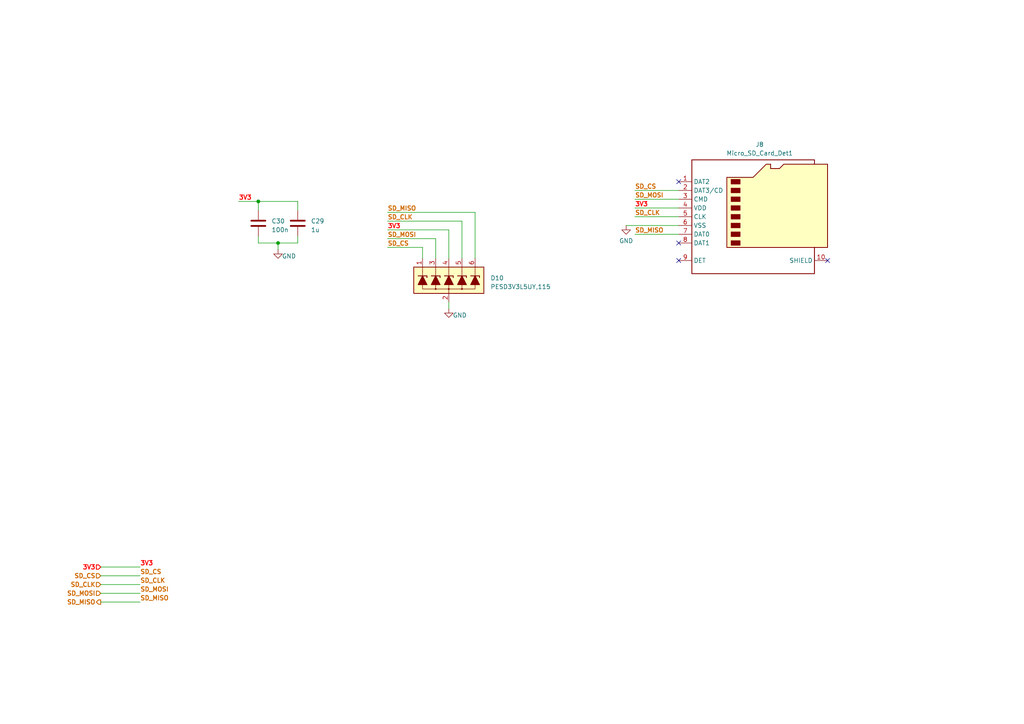
<source format=kicad_sch>
(kicad_sch (version 20230121) (generator eeschema)

  (uuid 6f5502c7-7e90-4845-baba-f7ff99233b8f)

  (paper "A4")

  (lib_symbols
    (symbol "ESP32-S3_DB:C" (pin_numbers hide) (pin_names (offset 0.254)) (in_bom yes) (on_board yes)
      (property "Reference" "C" (at 0.635 2.54 0)
        (effects (font (size 1.27 1.27)) (justify left))
      )
      (property "Value" "C" (at 0.635 -2.54 0)
        (effects (font (size 1.27 1.27)) (justify left))
      )
      (property "Footprint" "" (at 0.9652 -3.81 0)
        (effects (font (size 1.27 1.27)) hide)
      )
      (property "Datasheet" "~" (at 0 0 0)
        (effects (font (size 1.27 1.27)) hide)
      )
      (property "ki_keywords" "cap capacitor" (at 0 0 0)
        (effects (font (size 1.27 1.27)) hide)
      )
      (property "ki_description" "Unpolarized capacitor" (at 0 0 0)
        (effects (font (size 1.27 1.27)) hide)
      )
      (property "ki_fp_filters" "C_*" (at 0 0 0)
        (effects (font (size 1.27 1.27)) hide)
      )
      (symbol "C_0_1"
        (polyline
          (pts
            (xy -2.032 -0.762)
            (xy 2.032 -0.762)
          )
          (stroke (width 0.508) (type default))
          (fill (type none))
        )
        (polyline
          (pts
            (xy -2.032 0.762)
            (xy 2.032 0.762)
          )
          (stroke (width 0.508) (type default))
          (fill (type none))
        )
      )
      (symbol "C_1_1"
        (pin passive line (at 0 3.81 270) (length 2.794)
          (name "~" (effects (font (size 1.27 1.27))))
          (number "1" (effects (font (size 1.27 1.27))))
        )
        (pin passive line (at 0 -3.81 90) (length 2.794)
          (name "~" (effects (font (size 1.27 1.27))))
          (number "2" (effects (font (size 1.27 1.27))))
        )
      )
    )
    (symbol "ESP32-S3_DB:GND" (power) (pin_names (offset 0)) (in_bom yes) (on_board yes)
      (property "Reference" "#PWR" (at 0 -6.35 0)
        (effects (font (size 1.27 1.27)) hide)
      )
      (property "Value" "GND" (at 0 -3.81 0)
        (effects (font (size 1.27 1.27)))
      )
      (property "Footprint" "" (at 0 0 0)
        (effects (font (size 1.27 1.27)) hide)
      )
      (property "Datasheet" "" (at 0 0 0)
        (effects (font (size 1.27 1.27)) hide)
      )
      (property "ki_keywords" "global power" (at 0 0 0)
        (effects (font (size 1.27 1.27)) hide)
      )
      (property "ki_description" "Power symbol creates a global label with name \"GND\" , ground" (at 0 0 0)
        (effects (font (size 1.27 1.27)) hide)
      )
      (symbol "GND_0_1"
        (polyline
          (pts
            (xy 0 0)
            (xy 0 -1.27)
            (xy 1.27 -1.27)
            (xy 0 -2.54)
            (xy -1.27 -1.27)
            (xy 0 -1.27)
          )
          (stroke (width 0) (type default))
          (fill (type none))
        )
      )
      (symbol "GND_1_1"
        (pin power_in line (at 0 0 270) (length 0) hide
          (name "GND" (effects (font (size 1.27 1.27))))
          (number "1" (effects (font (size 1.27 1.27))))
        )
      )
    )
    (symbol "ESP32-S3_DB:Micro_SD_Card_Det1" (in_bom yes) (on_board yes)
      (property "Reference" "J" (at -16.51 17.78 0)
        (effects (font (size 1.27 1.27)))
      )
      (property "Value" "Micro_SD_Card_Det1" (at 16.51 17.78 0)
        (effects (font (size 1.27 1.27)) (justify right))
      )
      (property "Footprint" "" (at 52.07 17.78 0)
        (effects (font (size 1.27 1.27)) hide)
      )
      (property "Datasheet" "https://datasheet.lcsc.com/lcsc/2110151630_XKB-Connectivity-XKTF-015-N_C381082.pdf" (at 0 2.54 0)
        (effects (font (size 1.27 1.27)) hide)
      )
      (property "ki_keywords" "connector SD microsd" (at 0 0 0)
        (effects (font (size 1.27 1.27)) hide)
      )
      (property "ki_description" "Micro SD Card Socket with one card detection pin" (at 0 0 0)
        (effects (font (size 1.27 1.27)) hide)
      )
      (property "ki_fp_filters" "microSD*" (at 0 0 0)
        (effects (font (size 1.27 1.27)) hide)
      )
      (symbol "Micro_SD_Card_Det1_0_1"
        (rectangle (start -7.62 -6.985) (end -5.08 -8.255)
          (stroke (width 0.254) (type default))
          (fill (type outline))
        )
        (rectangle (start -7.62 -4.445) (end -5.08 -5.715)
          (stroke (width 0.254) (type default))
          (fill (type outline))
        )
        (rectangle (start -7.62 -1.905) (end -5.08 -3.175)
          (stroke (width 0.254) (type default))
          (fill (type outline))
        )
        (rectangle (start -7.62 0.635) (end -5.08 -0.635)
          (stroke (width 0.254) (type default))
          (fill (type outline))
        )
        (rectangle (start -7.62 3.175) (end -5.08 1.905)
          (stroke (width 0.254) (type default))
          (fill (type outline))
        )
        (rectangle (start -7.62 5.715) (end -5.08 4.445)
          (stroke (width 0.254) (type default))
          (fill (type outline))
        )
        (rectangle (start -7.62 8.255) (end -5.08 6.985)
          (stroke (width 0.254) (type default))
          (fill (type outline))
        )
        (rectangle (start -7.62 10.795) (end -5.08 9.525)
          (stroke (width 0.254) (type default))
          (fill (type outline))
        )
        (polyline
          (pts
            (xy 16.51 15.24)
            (xy 16.51 16.51)
            (xy -19.05 16.51)
            (xy -19.05 -16.51)
            (xy 16.51 -16.51)
            (xy 16.51 -8.89)
          )
          (stroke (width 0.254) (type default))
          (fill (type none))
        )
        (polyline
          (pts
            (xy -8.89 -8.89)
            (xy -8.89 11.43)
            (xy -1.27 11.43)
            (xy 2.54 15.24)
            (xy 3.81 15.24)
            (xy 3.81 13.97)
            (xy 6.35 13.97)
            (xy 7.62 15.24)
            (xy 20.32 15.24)
            (xy 20.32 -8.89)
            (xy -8.89 -8.89)
          )
          (stroke (width 0.254) (type default))
          (fill (type background))
        )
      )
      (symbol "Micro_SD_Card_Det1_1_1"
        (pin bidirectional line (at -22.86 10.16 0) (length 3.81)
          (name "DAT2" (effects (font (size 1.27 1.27))))
          (number "1" (effects (font (size 1.27 1.27))))
        )
        (pin passive line (at 20.32 -12.7 180) (length 3.81)
          (name "SHIELD" (effects (font (size 1.27 1.27))))
          (number "10" (effects (font (size 1.27 1.27))))
        )
        (pin bidirectional line (at -22.86 7.62 0) (length 3.81)
          (name "DAT3/CD" (effects (font (size 1.27 1.27))))
          (number "2" (effects (font (size 1.27 1.27))))
        )
        (pin input line (at -22.86 5.08 0) (length 3.81)
          (name "CMD" (effects (font (size 1.27 1.27))))
          (number "3" (effects (font (size 1.27 1.27))))
        )
        (pin power_in line (at -22.86 2.54 0) (length 3.81)
          (name "VDD" (effects (font (size 1.27 1.27))))
          (number "4" (effects (font (size 1.27 1.27))))
        )
        (pin input line (at -22.86 0 0) (length 3.81)
          (name "CLK" (effects (font (size 1.27 1.27))))
          (number "5" (effects (font (size 1.27 1.27))))
        )
        (pin power_in line (at -22.86 -2.54 0) (length 3.81)
          (name "VSS" (effects (font (size 1.27 1.27))))
          (number "6" (effects (font (size 1.27 1.27))))
        )
        (pin bidirectional line (at -22.86 -5.08 0) (length 3.81)
          (name "DAT0" (effects (font (size 1.27 1.27))))
          (number "7" (effects (font (size 1.27 1.27))))
        )
        (pin bidirectional line (at -22.86 -7.62 0) (length 3.81)
          (name "DAT1" (effects (font (size 1.27 1.27))))
          (number "8" (effects (font (size 1.27 1.27))))
        )
        (pin passive line (at -22.86 -12.7 0) (length 3.81)
          (name "DET" (effects (font (size 1.27 1.27))))
          (number "9" (effects (font (size 1.27 1.27))))
        )
      )
    )
    (symbol "ESP32-S3_DB:PESD3V3L5UY" (pin_names (offset 1.016) hide) (in_bom yes) (on_board yes)
      (property "Reference" "D" (at 11.43 1.27 0)
        (effects (font (size 1.27 1.27)) (justify left))
      )
      (property "Value" "PESD3V3L5UY,115" (at 11.43 -1.27 0)
        (effects (font (size 1.27 1.27)) (justify left))
      )
      (property "Footprint" "Package_TO_SOT_SMD_AKL:SOT-363_SC-70-6" (at 0 0 0)
        (effects (font (size 1.27 1.27)) hide)
      )
      (property "Datasheet" "https://www.tme.eu/Document/d7b061109274755b8c3532aab9d13eb5/PESD5V0L5UV-DTE.pdf" (at 0 0 0)
        (effects (font (size 1.27 1.27)) hide)
      )
      (property "ki_keywords" "diode TVS unidirectional array PESD-L5Ux" (at 0 0 0)
        (effects (font (size 1.27 1.27)) hide)
      )
      (property "ki_description" "SOT-363 TVS Diode array, 5xUnidirectional, 3.3V, 25W, Alternate KiCAD Library" (at 0 0 0)
        (effects (font (size 1.27 1.27)) hide)
      )
      (property "ki_fp_filters" "TO-???* *_Diode_* *SingleDiode* D_*" (at 0 0 0)
        (effects (font (size 1.27 1.27)) hide)
      )
      (symbol "PESD3V3L5UY_0_1"
        (rectangle (start -10.16 3.81) (end 10.16 -3.81)
          (stroke (width 0.254) (type default))
          (fill (type background))
        )
        (circle (center -3.81 -2.54) (radius 0.1778)
          (stroke (width 0) (type default))
          (fill (type outline))
        )
        (circle (center 0 -2.54) (radius 0.1778)
          (stroke (width 0) (type default))
          (fill (type outline))
        )
        (polyline
          (pts
            (xy -7.62 1.27)
            (xy -7.62 2.54)
          )
          (stroke (width 0) (type default))
          (fill (type none))
        )
        (polyline
          (pts
            (xy -7.62 2.54)
            (xy -7.62 3.81)
          )
          (stroke (width 0) (type default))
          (fill (type none))
        )
        (polyline
          (pts
            (xy -3.81 -2.54)
            (xy -3.81 -1.27)
          )
          (stroke (width 0) (type default))
          (fill (type none))
        )
        (polyline
          (pts
            (xy -3.81 1.27)
            (xy -3.81 2.54)
          )
          (stroke (width 0) (type default))
          (fill (type none))
        )
        (polyline
          (pts
            (xy -3.81 2.54)
            (xy -3.81 3.81)
          )
          (stroke (width 0) (type default))
          (fill (type none))
        )
        (polyline
          (pts
            (xy 0 -3.81)
            (xy 0 -2.54)
          )
          (stroke (width 0) (type default))
          (fill (type none))
        )
        (polyline
          (pts
            (xy 0 -2.54)
            (xy 0 -1.27)
          )
          (stroke (width 0) (type default))
          (fill (type none))
        )
        (polyline
          (pts
            (xy 0 1.27)
            (xy 0 2.54)
          )
          (stroke (width 0) (type default))
          (fill (type none))
        )
        (polyline
          (pts
            (xy 0 2.54)
            (xy 0 3.81)
          )
          (stroke (width 0) (type default))
          (fill (type none))
        )
        (polyline
          (pts
            (xy 3.81 -2.54)
            (xy 3.81 -1.27)
          )
          (stroke (width 0) (type default))
          (fill (type none))
        )
        (polyline
          (pts
            (xy 3.81 1.27)
            (xy 3.81 2.54)
          )
          (stroke (width 0) (type default))
          (fill (type none))
        )
        (polyline
          (pts
            (xy 3.81 2.54)
            (xy 3.81 3.81)
          )
          (stroke (width 0) (type default))
          (fill (type none))
        )
        (polyline
          (pts
            (xy 7.62 1.27)
            (xy 7.62 2.54)
          )
          (stroke (width 0) (type default))
          (fill (type none))
        )
        (polyline
          (pts
            (xy 7.62 2.54)
            (xy 7.62 3.81)
          )
          (stroke (width 0) (type default))
          (fill (type none))
        )
        (polyline
          (pts
            (xy 7.62 -1.27)
            (xy 7.62 -2.54)
            (xy -7.62 -2.54)
            (xy -7.62 -1.27)
          )
          (stroke (width 0) (type default))
          (fill (type none))
        )
        (circle (center 3.81 -2.54) (radius 0.1778)
          (stroke (width 0) (type default))
          (fill (type outline))
        )
      )
      (symbol "PESD3V3L5UY_1_1"
        (polyline
          (pts
            (xy -8.89 1.27)
            (xy -6.35 1.27)
          )
          (stroke (width 0.254) (type default))
          (fill (type none))
        )
        (polyline
          (pts
            (xy -7.62 -1.27)
            (xy -7.62 1.27)
          )
          (stroke (width 0) (type default))
          (fill (type none))
        )
        (polyline
          (pts
            (xy -6.35 1.27)
            (xy -6.35 0.762)
          )
          (stroke (width 0.254) (type default))
          (fill (type none))
        )
        (polyline
          (pts
            (xy -5.08 1.27)
            (xy -2.54 1.27)
          )
          (stroke (width 0.254) (type default))
          (fill (type none))
        )
        (polyline
          (pts
            (xy -3.81 -1.27)
            (xy -3.81 1.27)
          )
          (stroke (width 0) (type default))
          (fill (type none))
        )
        (polyline
          (pts
            (xy -2.54 1.27)
            (xy -2.54 0.762)
          )
          (stroke (width 0.254) (type default))
          (fill (type none))
        )
        (polyline
          (pts
            (xy -1.27 1.27)
            (xy 1.27 1.27)
          )
          (stroke (width 0.254) (type default))
          (fill (type none))
        )
        (polyline
          (pts
            (xy 0 -1.27)
            (xy 0 1.27)
          )
          (stroke (width 0) (type default))
          (fill (type none))
        )
        (polyline
          (pts
            (xy 1.27 1.27)
            (xy 1.27 0.762)
          )
          (stroke (width 0.254) (type default))
          (fill (type none))
        )
        (polyline
          (pts
            (xy 2.54 1.27)
            (xy 5.08 1.27)
          )
          (stroke (width 0.254) (type default))
          (fill (type none))
        )
        (polyline
          (pts
            (xy 3.81 -1.27)
            (xy 3.81 1.27)
          )
          (stroke (width 0) (type default))
          (fill (type none))
        )
        (polyline
          (pts
            (xy 5.08 1.27)
            (xy 5.08 0.762)
          )
          (stroke (width 0.254) (type default))
          (fill (type none))
        )
        (polyline
          (pts
            (xy 6.35 1.27)
            (xy 8.89 1.27)
          )
          (stroke (width 0.254) (type default))
          (fill (type none))
        )
        (polyline
          (pts
            (xy 7.62 -1.27)
            (xy 7.62 1.27)
          )
          (stroke (width 0) (type default))
          (fill (type none))
        )
        (polyline
          (pts
            (xy 8.89 1.27)
            (xy 8.89 0.762)
          )
          (stroke (width 0.254) (type default))
          (fill (type none))
        )
        (polyline
          (pts
            (xy -6.35 -1.27)
            (xy -8.89 -1.27)
            (xy -7.62 1.27)
            (xy -6.35 -1.27)
          )
          (stroke (width 0.254) (type default))
          (fill (type outline))
        )
        (polyline
          (pts
            (xy -2.54 -1.27)
            (xy -5.08 -1.27)
            (xy -3.81 1.27)
            (xy -2.54 -1.27)
          )
          (stroke (width 0.254) (type default))
          (fill (type outline))
        )
        (polyline
          (pts
            (xy 1.27 -1.27)
            (xy -1.27 -1.27)
            (xy 0 1.27)
            (xy 1.27 -1.27)
          )
          (stroke (width 0.254) (type default))
          (fill (type outline))
        )
        (polyline
          (pts
            (xy 5.08 -1.27)
            (xy 2.54 -1.27)
            (xy 3.81 1.27)
            (xy 5.08 -1.27)
          )
          (stroke (width 0.254) (type default))
          (fill (type outline))
        )
        (polyline
          (pts
            (xy 8.89 -1.27)
            (xy 6.35 -1.27)
            (xy 7.62 1.27)
            (xy 8.89 -1.27)
          )
          (stroke (width 0.254) (type default))
          (fill (type outline))
        )
        (pin passive line (at -7.62 6.35 270) (length 2.54)
          (name "L1" (effects (font (size 1.27 1.27))))
          (number "1" (effects (font (size 1.27 1.27))))
        )
        (pin passive line (at 0 -6.35 90) (length 2.54)
          (name "VN" (effects (font (size 1.27 1.27))))
          (number "2" (effects (font (size 1.27 1.27))))
        )
        (pin passive line (at -3.81 6.35 270) (length 2.54)
          (name "L2" (effects (font (size 1.27 1.27))))
          (number "3" (effects (font (size 1.27 1.27))))
        )
        (pin passive line (at 0 6.35 270) (length 2.54)
          (name "L3" (effects (font (size 1.27 1.27))))
          (number "4" (effects (font (size 1.27 1.27))))
        )
        (pin passive line (at 3.81 6.35 270) (length 2.54)
          (name "L4" (effects (font (size 1.27 1.27))))
          (number "5" (effects (font (size 1.27 1.27))))
        )
        (pin passive line (at 7.62 6.35 270) (length 2.54)
          (name "L5" (effects (font (size 1.27 1.27))))
          (number "6" (effects (font (size 1.27 1.27))))
        )
      )
    )
  )

  (junction (at 80.645 70.485) (diameter 0) (color 0 0 0 0)
    (uuid 1392fc9c-f4c7-47ed-8eff-62abeb3b53e8)
  )
  (junction (at 74.93 58.42) (diameter 0) (color 0 0 0 0)
    (uuid 56d5c9d0-ffa0-4893-86aa-7bf10fafe28c)
  )

  (no_connect (at 196.85 70.485) (uuid 1220f797-9e99-498a-9fd3-17f33da1949a))
  (no_connect (at 240.03 75.565) (uuid 1ede90ab-0b2c-47ab-af91-a26ec76988af))
  (no_connect (at 196.85 75.565) (uuid 4c24ec7a-cf80-41b6-a70e-aeeff29ac854))
  (no_connect (at 196.85 52.705) (uuid 7f780aec-0f6c-4c29-9d3e-7732cb1b9532))

  (wire (pts (xy 184.15 67.945) (xy 196.85 67.945))
    (stroke (width 0) (type default))
    (uuid 06104835-5e30-4b05-9315-a4516200430c)
  )
  (wire (pts (xy 74.93 70.485) (xy 80.645 70.485))
    (stroke (width 0) (type default))
    (uuid 0a5029cd-7a14-4443-996e-ec0b8df99b01)
  )
  (wire (pts (xy 40.64 164.465) (xy 29.21 164.465))
    (stroke (width 0) (type default))
    (uuid 0cbea32d-d6b3-4922-ba6e-b0776f11229e)
  )
  (wire (pts (xy 112.395 69.215) (xy 126.365 69.215))
    (stroke (width 0) (type default))
    (uuid 0dca2559-06b1-4a6c-b4ac-d7bf552d4099)
  )
  (wire (pts (xy 74.93 58.42) (xy 86.36 58.42))
    (stroke (width 0) (type default))
    (uuid 1f267a42-6503-4958-9abb-18045e87653a)
  )
  (wire (pts (xy 86.36 70.485) (xy 86.36 68.58))
    (stroke (width 0) (type default))
    (uuid 260da00c-73be-4c2a-a304-fdf44fc0b28f)
  )
  (wire (pts (xy 40.64 167.005) (xy 29.21 167.005))
    (stroke (width 0) (type default))
    (uuid 2aa093c2-baa4-484c-9b90-3cc4c7804748)
  )
  (wire (pts (xy 74.93 68.58) (xy 74.93 70.485))
    (stroke (width 0) (type default))
    (uuid 42076247-05ae-4b7a-8c67-eabc1f29b193)
  )
  (wire (pts (xy 40.64 169.545) (xy 29.21 169.545))
    (stroke (width 0) (type default))
    (uuid 5005ae65-2670-44e5-bd4a-33803adb2e17)
  )
  (wire (pts (xy 130.175 66.675) (xy 130.175 74.93))
    (stroke (width 0) (type default))
    (uuid 515c1135-6556-4636-bfdd-37259b4d4701)
  )
  (wire (pts (xy 137.795 61.595) (xy 137.795 74.93))
    (stroke (width 0) (type default))
    (uuid 6563268c-ddb6-4abf-959d-1766cffacf84)
  )
  (wire (pts (xy 181.61 65.405) (xy 196.85 65.405))
    (stroke (width 0) (type default))
    (uuid 6781da19-8e22-4a23-a42a-0af23709c6b5)
  )
  (wire (pts (xy 74.93 60.96) (xy 74.93 58.42))
    (stroke (width 0) (type default))
    (uuid 6f23b59d-70d3-45c4-a392-6d5f1068a0db)
  )
  (wire (pts (xy 184.15 55.245) (xy 196.85 55.245))
    (stroke (width 0) (type default))
    (uuid 6f832e34-713e-4e30-879a-811e813f6fd3)
  )
  (wire (pts (xy 126.365 69.215) (xy 126.365 74.93))
    (stroke (width 0) (type default))
    (uuid 831d35b2-be65-4710-adef-d5a403aeec11)
  )
  (wire (pts (xy 80.645 70.485) (xy 86.36 70.485))
    (stroke (width 0) (type default))
    (uuid 855fa163-02e8-483b-8bb8-fac2c81e9121)
  )
  (wire (pts (xy 112.395 71.755) (xy 122.555 71.755))
    (stroke (width 0) (type default))
    (uuid 85b3f742-1059-44bc-b756-e7203a6b1b26)
  )
  (wire (pts (xy 80.645 70.485) (xy 80.645 72.39))
    (stroke (width 0) (type default))
    (uuid 89260c34-8529-4428-b78a-eceb83cfe457)
  )
  (wire (pts (xy 130.175 89.535) (xy 130.175 87.63))
    (stroke (width 0) (type default))
    (uuid 953874bb-54d9-4b76-a9da-b631b5cd2ca5)
  )
  (wire (pts (xy 112.395 66.675) (xy 130.175 66.675))
    (stroke (width 0) (type default))
    (uuid a156d99a-ef5b-4f2e-9e74-06f6affa3715)
  )
  (wire (pts (xy 122.555 71.755) (xy 122.555 74.93))
    (stroke (width 0) (type default))
    (uuid a3fac736-fdbe-43ab-b02d-f0e410fcd40d)
  )
  (wire (pts (xy 184.15 57.785) (xy 196.85 57.785))
    (stroke (width 0) (type default))
    (uuid a7b4344f-ab73-47fd-9ad1-63aa14891c0d)
  )
  (wire (pts (xy 112.395 64.135) (xy 133.985 64.135))
    (stroke (width 0) (type default))
    (uuid b0d05708-58f8-4562-ab9d-3e670fb9a855)
  )
  (wire (pts (xy 184.15 62.865) (xy 196.85 62.865))
    (stroke (width 0) (type default))
    (uuid b5b4a27d-f2ac-4fde-894d-75e89a96f8e7)
  )
  (wire (pts (xy 86.36 58.42) (xy 86.36 60.96))
    (stroke (width 0) (type default))
    (uuid b73302a2-97e6-42a0-8aaa-8a3eca572d54)
  )
  (wire (pts (xy 112.395 61.595) (xy 137.795 61.595))
    (stroke (width 0) (type default))
    (uuid cf1a4ba1-7008-4123-baf8-da3feb1172ac)
  )
  (wire (pts (xy 40.64 174.625) (xy 29.21 174.625))
    (stroke (width 0) (type default))
    (uuid d27fb92f-2467-4434-9426-29f668b0d4fb)
  )
  (wire (pts (xy 69.215 58.42) (xy 74.93 58.42))
    (stroke (width 0) (type default))
    (uuid df35ff6e-fe83-4abb-b655-8616f057f2c9)
  )
  (wire (pts (xy 184.15 60.325) (xy 196.85 60.325))
    (stroke (width 0) (type default))
    (uuid f47eaa75-a7b7-44e1-adad-43fd0c7b57c1)
  )
  (wire (pts (xy 40.64 172.085) (xy 29.21 172.085))
    (stroke (width 0) (type default))
    (uuid f5307035-db65-4e69-87cb-eb4614072e84)
  )
  (wire (pts (xy 133.985 64.135) (xy 133.985 74.93))
    (stroke (width 0) (type default))
    (uuid fe5bf7b2-fae1-43dd-8eb3-cc724f988618)
  )

  (label "SD_CS" (at 184.15 55.245 0) (fields_autoplaced)
    (effects (font (size 1.27 1.27) bold (color 204 102 0 1)) (justify left bottom))
    (uuid 142e2436-46f3-49c0-b073-c704bd3bbd00)
  )
  (label "SD_CS" (at 112.395 71.755 0) (fields_autoplaced)
    (effects (font (size 1.27 1.27) bold (color 204 102 0 1)) (justify left bottom))
    (uuid 16f9e25d-8437-47e5-8867-f07e6d178147)
  )
  (label "SD_CLK" (at 40.64 169.545 0) (fields_autoplaced)
    (effects (font (size 1.27 1.27) bold (color 204 102 0 1)) (justify left bottom))
    (uuid 2654f3c7-e75e-47cd-8db6-1c7a7bd1829f)
  )
  (label "SD_MISO" (at 40.64 174.625 0) (fields_autoplaced)
    (effects (font (size 1.27 1.27) bold (color 204 102 0 1)) (justify left bottom))
    (uuid 2ad08e9c-8da0-4884-b312-099648f9b07e)
  )
  (label "SD_MOSI" (at 40.64 172.085 0) (fields_autoplaced)
    (effects (font (size 1.27 1.27) bold (color 204 102 0 1)) (justify left bottom))
    (uuid 2f3a42de-b117-4f32-b1de-8ba3bc23e53a)
  )
  (label "3V3" (at 112.395 66.675 0) (fields_autoplaced)
    (effects (font (size 1.27 1.27) bold (color 255 0 0 1)) (justify left bottom))
    (uuid 3083b37e-c5f8-499d-b28c-a2951b884d15)
  )
  (label "SD_MOSI" (at 184.15 57.785 0) (fields_autoplaced)
    (effects (font (size 1.27 1.27) bold (color 204 102 0 1)) (justify left bottom))
    (uuid 3452965b-34b9-430c-a054-fd77d49a7f1d)
  )
  (label "SD_MOSI" (at 112.395 69.215 0) (fields_autoplaced)
    (effects (font (size 1.27 1.27) bold (color 204 102 0 1)) (justify left bottom))
    (uuid 405c0524-038e-43e0-a8b5-b9661f10f833)
  )
  (label "SD_MISO" (at 184.15 67.945 0) (fields_autoplaced)
    (effects (font (size 1.27 1.27) bold (color 204 102 0 1)) (justify left bottom))
    (uuid 44f27755-efe8-42ab-b1aa-726576ea000c)
  )
  (label "3V3" (at 40.64 164.465 0) (fields_autoplaced)
    (effects (font (size 1.27 1.27) bold (color 255 0 0 1)) (justify left bottom))
    (uuid 70cea7be-6c86-4c27-9d79-7aeb262b8bf2)
  )
  (label "SD_MISO" (at 112.395 61.595 0) (fields_autoplaced)
    (effects (font (size 1.27 1.27) bold (color 204 102 0 1)) (justify left bottom))
    (uuid 939017eb-6844-41ca-86b3-2646d749d63a)
  )
  (label "3V3" (at 184.15 60.325 0) (fields_autoplaced)
    (effects (font (size 1.27 1.27) bold (color 255 0 0 1)) (justify left bottom))
    (uuid a29f9f3a-b0be-4aed-bf55-cef907766f6d)
  )
  (label "SD_CS" (at 40.64 167.005 0) (fields_autoplaced)
    (effects (font (size 1.27 1.27) bold (color 204 102 0 1)) (justify left bottom))
    (uuid ced46d51-fb7d-4ce5-a087-2ebf05716822)
  )
  (label "SD_CLK" (at 112.395 64.135 0) (fields_autoplaced)
    (effects (font (size 1.27 1.27) bold (color 204 102 0 1)) (justify left bottom))
    (uuid e414f1a4-5ea9-4812-bdf3-3eabb0552ee1)
  )
  (label "3V3" (at 69.215 58.42 0) (fields_autoplaced)
    (effects (font (size 1.27 1.27) bold (color 255 0 0 1)) (justify left bottom))
    (uuid eee18841-f544-462e-b279-0a0f6aad4fdf)
  )
  (label "SD_CLK" (at 184.15 62.865 0) (fields_autoplaced)
    (effects (font (size 1.27 1.27) bold (color 204 102 0 1)) (justify left bottom))
    (uuid f306f361-b925-4dba-a342-10ebcb017adc)
  )

  (hierarchical_label "SD_MISO" (shape output) (at 29.21 174.625 180) (fields_autoplaced)
    (effects (font (size 1.27 1.27) bold (color 204 102 0 1)) (justify right))
    (uuid 20bbbffe-cb31-4e24-aecb-9c755d380020)
  )
  (hierarchical_label "3V3" (shape input) (at 29.21 164.465 180) (fields_autoplaced)
    (effects (font (size 1.27 1.27) bold (color 255 0 0 1)) (justify right))
    (uuid bbbce342-c203-4783-807b-6cde08d18481)
  )
  (hierarchical_label "SD_CLK" (shape input) (at 29.21 169.545 180) (fields_autoplaced)
    (effects (font (size 1.27 1.27) bold (color 204 102 0 1)) (justify right))
    (uuid c33bf53b-e10f-4dd2-8f22-2455c8b95e78)
  )
  (hierarchical_label "SD_MOSI" (shape input) (at 29.21 172.085 180) (fields_autoplaced)
    (effects (font (size 1.27 1.27) bold (color 204 102 0 1)) (justify right))
    (uuid d8e0de04-ff09-4bbc-bcd1-b1bdf6ae8e25)
  )
  (hierarchical_label "SD_CS" (shape input) (at 29.21 167.005 180) (fields_autoplaced)
    (effects (font (size 1.27 1.27) bold (color 204 102 0 1)) (justify right))
    (uuid f002fec6-34e5-4972-bfe1-521e256f8cb6)
  )

  (symbol (lib_id "ESP32-S3_DB:Micro_SD_Card_Det1") (at 219.71 62.865 0) (unit 1)
    (in_bom yes) (on_board yes) (dnp no) (fields_autoplaced)
    (uuid 36c79e5c-06de-4e78-995d-5e43dedd2f8a)
    (property "Reference" "J8" (at 220.345 41.91 0)
      (effects (font (size 1.27 1.27)))
    )
    (property "Value" "Micro_SD_Card_Det1" (at 220.345 44.45 0)
      (effects (font (size 1.27 1.27)))
    )
    (property "Footprint" "" (at 271.78 45.085 0)
      (effects (font (size 1.27 1.27)) hide)
    )
    (property "Datasheet" "https://datasheet.lcsc.com/lcsc/2110151630_XKB-Connectivity-XKTF-015-N_C381082.pdf" (at 219.71 60.325 0)
      (effects (font (size 1.27 1.27)) hide)
    )
    (pin "1" (uuid 2a5ae83c-a629-4175-a49b-3d07ae3e33a6))
    (pin "10" (uuid a9435738-44d2-4334-b27e-faeea4e7286f))
    (pin "2" (uuid 4a4606a7-6fcb-4e41-af62-a8b6197be314))
    (pin "3" (uuid 8cb50355-35e7-4a01-8575-c92eeae55c26))
    (pin "4" (uuid 6271695a-002b-4906-a7a8-85c57f7c359e))
    (pin "5" (uuid fcaf1930-ec33-4d16-b169-4dd2ec404dd9))
    (pin "6" (uuid dc58ba19-05a4-415b-b368-990015188b14))
    (pin "7" (uuid 6279eab7-f79e-401e-8d61-47fd04b4bab8))
    (pin "8" (uuid fc0d66b1-3573-4d3d-a113-ff8cc163253d))
    (pin "9" (uuid 856e575e-dc80-4e42-a1e3-0e113dfe0c19))
    (instances
      (project "ESP32-S3_DB"
        (path "/b7fc4bd3-c219-4455-832b-8d795385dcf1/3994ddb3-4428-4f96-b9f4-a7790f668af6"
          (reference "J8") (unit 1)
        )
      )
    )
  )

  (symbol (lib_id "ESP32-S3_DB:GND") (at 130.175 89.535 0) (unit 1)
    (in_bom yes) (on_board yes) (dnp no)
    (uuid 708b9b5d-d40f-442b-9262-86343bab6089)
    (property "Reference" "#PWR055" (at 130.175 95.885 0)
      (effects (font (size 1.27 1.27)) hide)
    )
    (property "Value" "GND" (at 133.35 91.44 0)
      (effects (font (size 1.27 1.27)))
    )
    (property "Footprint" "" (at 130.175 89.535 0)
      (effects (font (size 1.27 1.27)) hide)
    )
    (property "Datasheet" "" (at 130.175 89.535 0)
      (effects (font (size 1.27 1.27)) hide)
    )
    (pin "1" (uuid 33f7b581-edb5-4ea0-a36f-b76e895d2190))
    (instances
      (project "ESP32-S3_DB"
        (path "/b7fc4bd3-c219-4455-832b-8d795385dcf1/3994ddb3-4428-4f96-b9f4-a7790f668af6"
          (reference "#PWR055") (unit 1)
        )
      )
    )
  )

  (symbol (lib_id "ESP32-S3_DB:GND") (at 80.645 72.39 0) (unit 1)
    (in_bom yes) (on_board yes) (dnp no)
    (uuid 9d29d2b9-f7fc-41ee-90ca-321aab47c662)
    (property "Reference" "#PWR056" (at 80.645 78.74 0)
      (effects (font (size 1.27 1.27)) hide)
    )
    (property "Value" "GND" (at 83.82 74.295 0)
      (effects (font (size 1.27 1.27)))
    )
    (property "Footprint" "" (at 80.645 72.39 0)
      (effects (font (size 1.27 1.27)) hide)
    )
    (property "Datasheet" "" (at 80.645 72.39 0)
      (effects (font (size 1.27 1.27)) hide)
    )
    (pin "1" (uuid 69b46241-fec6-4dfd-ba7f-d5669f97c133))
    (instances
      (project "ESP32-S3_DB"
        (path "/b7fc4bd3-c219-4455-832b-8d795385dcf1/3994ddb3-4428-4f96-b9f4-a7790f668af6"
          (reference "#PWR056") (unit 1)
        )
      )
    )
  )

  (symbol (lib_id "ESP32-S3_DB:C") (at 74.93 64.77 0) (unit 1)
    (in_bom yes) (on_board yes) (dnp no) (fields_autoplaced)
    (uuid afafea67-9ea0-4fae-a312-f02822b9a106)
    (property "Reference" "C30" (at 78.74 64.135 0)
      (effects (font (size 1.27 1.27)) (justify left))
    )
    (property "Value" "100n" (at 78.74 66.675 0)
      (effects (font (size 1.27 1.27)) (justify left))
    )
    (property "Footprint" "" (at 75.8952 68.58 0)
      (effects (font (size 1.27 1.27)) hide)
    )
    (property "Datasheet" "~" (at 74.93 64.77 0)
      (effects (font (size 1.27 1.27)) hide)
    )
    (pin "1" (uuid 09a9eaeb-3528-4db2-83d6-d262cf57eff9))
    (pin "2" (uuid 8ac0d8b0-113a-47ed-b403-6e660f580cc0))
    (instances
      (project "ESP32-S3_DB"
        (path "/b7fc4bd3-c219-4455-832b-8d795385dcf1/3994ddb3-4428-4f96-b9f4-a7790f668af6"
          (reference "C30") (unit 1)
        )
      )
    )
  )

  (symbol (lib_id "ESP32-S3_DB:C") (at 86.36 64.77 0) (unit 1)
    (in_bom yes) (on_board yes) (dnp no) (fields_autoplaced)
    (uuid cc936145-07db-4588-9c88-96a99f33d27e)
    (property "Reference" "C29" (at 90.17 64.135 0)
      (effects (font (size 1.27 1.27)) (justify left))
    )
    (property "Value" "1u" (at 90.17 66.675 0)
      (effects (font (size 1.27 1.27)) (justify left))
    )
    (property "Footprint" "" (at 87.3252 68.58 0)
      (effects (font (size 1.27 1.27)) hide)
    )
    (property "Datasheet" "~" (at 86.36 64.77 0)
      (effects (font (size 1.27 1.27)) hide)
    )
    (pin "1" (uuid 470f0d19-83bd-4a90-8af1-28581b66a83b))
    (pin "2" (uuid dea24fd3-8296-4c29-8e86-cb7d4e9a54c6))
    (instances
      (project "ESP32-S3_DB"
        (path "/b7fc4bd3-c219-4455-832b-8d795385dcf1/3994ddb3-4428-4f96-b9f4-a7790f668af6"
          (reference "C29") (unit 1)
        )
      )
    )
  )

  (symbol (lib_id "ESP32-S3_DB:PESD3V3L5UY") (at 130.175 81.28 0) (unit 1)
    (in_bom yes) (on_board yes) (dnp no) (fields_autoplaced)
    (uuid e60ae44d-0313-4532-8642-b9de76db84cc)
    (property "Reference" "D10" (at 142.24 80.645 0)
      (effects (font (size 1.27 1.27)) (justify left))
    )
    (property "Value" "PESD3V3L5UY,115" (at 142.24 83.185 0)
      (effects (font (size 1.27 1.27)) (justify left))
    )
    (property "Footprint" "Package_TO_SOT_SMD_AKL:SOT-363_SC-70-6" (at 130.175 81.28 0)
      (effects (font (size 1.27 1.27)) hide)
    )
    (property "Datasheet" "https://www.tme.eu/Document/d7b061109274755b8c3532aab9d13eb5/PESD5V0L5UV-DTE.pdf" (at 130.175 81.28 0)
      (effects (font (size 1.27 1.27)) hide)
    )
    (pin "1" (uuid 5ae49442-0ee6-45f6-ab22-b67f9d0030e8))
    (pin "2" (uuid b8c6f1be-0573-4ac5-9a00-d68b4ab6aacd))
    (pin "3" (uuid 6272c9e8-d900-40fc-b9f4-b4799e5c2220))
    (pin "4" (uuid 4b740785-16c8-4ec4-abfc-4edd8c8213b2))
    (pin "5" (uuid b1a9bf1c-4eee-4f7c-a6b5-ddf39705f4c8))
    (pin "6" (uuid 6c8174c1-39f5-40db-a862-7f4f825202bd))
    (instances
      (project "ESP32-S3_DB"
        (path "/b7fc4bd3-c219-4455-832b-8d795385dcf1/3994ddb3-4428-4f96-b9f4-a7790f668af6"
          (reference "D10") (unit 1)
        )
      )
    )
  )

  (symbol (lib_id "ESP32-S3_DB:GND") (at 181.61 65.405 0) (unit 1)
    (in_bom yes) (on_board yes) (dnp no) (fields_autoplaced)
    (uuid eb903a3e-f3a6-4081-b4b4-9d67131c3db5)
    (property "Reference" "#PWR054" (at 181.61 71.755 0)
      (effects (font (size 1.27 1.27)) hide)
    )
    (property "Value" "GND" (at 181.61 69.85 0)
      (effects (font (size 1.27 1.27)))
    )
    (property "Footprint" "" (at 181.61 65.405 0)
      (effects (font (size 1.27 1.27)) hide)
    )
    (property "Datasheet" "" (at 181.61 65.405 0)
      (effects (font (size 1.27 1.27)) hide)
    )
    (pin "1" (uuid d6462361-17b3-47e0-93eb-a85d60b51066))
    (instances
      (project "ESP32-S3_DB"
        (path "/b7fc4bd3-c219-4455-832b-8d795385dcf1/3994ddb3-4428-4f96-b9f4-a7790f668af6"
          (reference "#PWR054") (unit 1)
        )
      )
    )
  )
)

</source>
